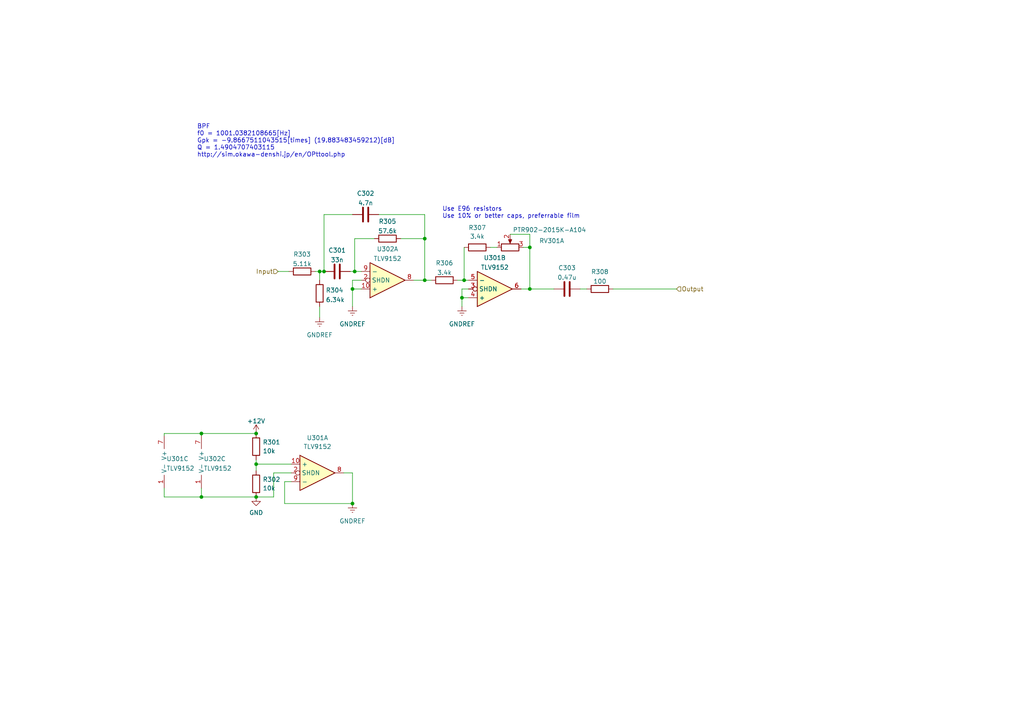
<source format=kicad_sch>
(kicad_sch (version 20211123) (generator eeschema)
  (paper "A4")
  (lib_symbols
    (symbol "Device:C" (pin_numbers hide) (pin_names (offset 0.254))
      (property "Reference" "C" (at 0.635 2.54 0))
      (property "Value" "C" (at 0.635 -2.54 0))
      (symbol "C_0_1"
        (polyline (pts (xy -2.032 -0.762) (xy 2.032 -0.762)) (stroke (width 0.508)))
        (polyline (pts (xy -2.032 0.762) (xy 2.032 0.762)) (stroke (width 0.508)))
      )
      (symbol "C_1_1"
        (pin passive line (at 0 3.81 270) (length 2.794) (name "~") (number "1"))
        (pin passive line (at 0 -3.81 90) (length 2.794) (name "~") (number "2"))
      )
    )
    (symbol "Device:R" (pin_numbers hide) (pin_names (offset 0))
      (property "Reference" "R" (at 2.032 0 90))
      (property "Value" "R" (at 0 0 90))
      (symbol "R_0_1"
        (rectangle (start -1.016 -2.54) (end 1.016 2.54) (stroke (width 0.254)))
      )
      (symbol "R_1_1"
        (pin passive line (at 0 3.81 270) (length 1.27) (name "~") (number "1"))
        (pin passive line (at 0 -3.81 90) (length 1.27) (name "~") (number "2"))
      )
    )
    (symbol "Device:R_Potentiometer_Dual_Separate" (pin_names (offset 1.016) hide)
      (property "Reference" "RV" (at -4.445 0 90))
      (property "Value" "R_Potentiometer_Dual_Separate" (at -2.54 0 90))
      (symbol "R_Potentiometer_Dual_Separate_0_1"
        (polyline (pts (xy 2.54 0) (xy 1.524 0)))
        (polyline (pts (xy 1.143 0) (xy 2.286 0.508) (xy 2.286 -0.508) (xy 1.143 0)) (fill (type outline)))
        (rectangle (start 1.016 2.54) (end -1.016 -2.54) (stroke (width 0.254)))
      )
      (symbol "R_Potentiometer_Dual_Separate_1_1"
        (pin passive line (at 0 3.81 270) (length 1.27) (name "1") (number "1"))
        (pin passive line (at 3.81 0 180) (length 1.27) (name "2") (number "2"))
        (pin passive line (at 0 -3.81 90) (length 1.27) (name "3") (number "3"))
      )
      (symbol "R_Potentiometer_Dual_Separate_2_1"
        (pin passive line (at 0 3.81 270) (length 1.27) (name "4") (number "4"))
        (pin passive line (at 3.81 0 180) (length 1.27) (name "5") (number "5"))
        (pin passive line (at 0 -3.81 90) (length 1.27) (name "6") (number "6"))
      )
    )
    (symbol "components:TLV9152"
      (property "Reference" "U" (at 0 5.08 0))
      (property "Value" "TLV9152" (at 0 -5.08 0))
      (symbol "TLV9152_1_1"
        (polyline (pts (xy -5.08 5.08) (xy 5.08 0) (xy -5.08 -5.08) (xy -5.08 5.08)) (stroke (width 0.254)) (fill (type background)))
        (pin input line (at -7.62 2.54 0) (length 2.54) (name "+") (number "10"))
        (pin input inverted (at -7.62 0 0) (length 2.54) (name "SHDN") (number "2"))
        (pin output line (at 7.62 0 180) (length 2.54) (name "~") (number "8"))
        (pin input line (at -7.62 -2.54 0) (length 2.54) (name "-") (number "9"))
      )
      (symbol "TLV9152_2_1"
        (polyline (pts (xy -5.08 5.08) (xy 5.08 0) (xy -5.08 -5.08) (xy -5.08 5.08)) (stroke (width 0.254)) (fill (type background)))
        (pin input inverted (at -7.62 0 0) (length 2.54) (name "SHDN") (number "3"))
        (pin input line (at -7.62 2.54 0) (length 2.54) (name "+") (number "4"))
        (pin input line (at -7.62 -2.54 0) (length 2.54) (name "-") (number "5"))
        (pin output line (at 7.62 0 180) (length 2.54) (name "~") (number "6"))
      )
      (symbol "TLV9152_3_1"
        (pin power_in line (at -2.54 -7.62 90) (length 3.81) (name "V-") (number "1"))
        (pin power_in line (at -2.54 7.62 270) (length 3.81) (name "V+") (number "7"))
      )
    )
    (symbol "power:+12V" (power) (pin_names (offset 0))
      (property "Value" "+12V" (at 0 3.556 0))
      (symbol "+12V_0_1"
        (polyline (pts (xy -0.762 1.27) (xy 0 2.54)))
        (polyline (pts (xy 0 0) (xy 0 2.54)))
        (polyline (pts (xy 0 2.54) (xy 0.762 1.27)))
      )
      (symbol "+12V_1_1"
        (pin power_in line (at 0 0 90) (length 0) hide (name "+12V") (number "1"))
      )
    )
    (symbol "power:GND" (power) (pin_names (offset 0))
      (property "Value" "GND" (at 0 -3.81 0))
      (symbol "GND_0_1"
        (polyline (pts (xy 0 0) (xy 0 -1.27) (xy 1.27 -1.27) (xy 0 -2.54) (xy -1.27 -1.27) (xy 0 -1.27)))
      )
      (symbol "GND_1_1"
        (pin power_in line (at 0 0 270) (length 0) hide (name "GND") (number "1"))
      )
    )
    (symbol "power:GNDREF" (power) (pin_names (offset 0))
      (property "Value" "GNDREF" (at 0 -3.81 0))
      (symbol "GNDREF_0_1"
        (polyline (pts (xy -0.635 -1.905) (xy 0.635 -1.905)))
        (polyline (pts (xy -0.127 -2.54) (xy 0.127 -2.54)))
        (polyline (pts (xy 0 -1.27) (xy 0 0)))
        (polyline (pts (xy 1.27 -1.27) (xy -1.27 -1.27)))
      )
      (symbol "GNDREF_1_1"
        (pin power_in line (at 0 0 270) (length 0) hide (name "GNDREF") (number "1"))
      )
    )
  )
  (junction (at 133.985 86.36))
  (junction (at 153.67 83.82))
  (junction (at 102.87 78.74))
  (junction (at 58.42 125.73))
  (junction (at 123.19 81.28))
  (junction (at 74.295 134.62))
  (junction (at 153.67 71.755))
  (junction (at 102.235 83.82))
  (junction (at 134.62 81.28))
  (junction (at 102.235 146.05))
  (junction (at 123.19 69.215))
  (junction (at 74.295 144.145))
  (junction (at 92.71 78.74))
  (junction (at 93.98 78.74))
  (junction (at 58.42 144.145))
  (junction (at 74.295 125.73))
  (wire (pts (xy 92.71 78.74) (xy 92.71 81.28)))
  (wire (pts (xy 102.87 69.215) (xy 102.87 78.74)))
  (wire (pts (xy 102.235 81.28) (xy 104.775 81.28)))
  (wire (pts (xy 47.625 126.365) (xy 47.625 125.73)))
  (wire (pts (xy 74.295 134.62) (xy 74.295 136.525)))
  (wire (pts (xy 153.67 83.82) (xy 160.655 83.82)))
  (wire (pts (xy 153.67 67.945) (xy 153.67 71.755)))
  (wire (pts (xy 133.985 88.9) (xy 133.985 86.36)))
  (wire (pts (xy 153.67 71.755) (xy 153.67 83.82)))
  (wire (pts (xy 132.715 81.28) (xy 134.62 81.28)))
  (wire (pts (xy 147.955 67.945) (xy 153.67 67.945)))
  (wire (pts (xy 93.98 78.74) (xy 93.98 62.23)))
  (wire (pts (xy 116.205 69.215) (xy 123.19 69.215)))
  (wire (pts (xy 102.235 81.28) (xy 102.235 83.82)))
  (wire (pts (xy 123.19 81.28) (xy 125.095 81.28)))
  (wire (pts (xy 58.42 141.605) (xy 58.42 144.145)))
  (wire (pts (xy 102.235 137.16) (xy 99.695 137.16)))
  (wire (pts (xy 91.44 78.74) (xy 92.71 78.74)))
  (wire (pts (xy 47.625 141.605) (xy 47.625 144.145)))
  (wire (pts (xy 79.375 144.145) (xy 79.375 137.16)))
  (wire (pts (xy 177.8 83.82) (xy 196.215 83.82)))
  (wire (pts (xy 151.765 71.755) (xy 153.67 71.755)))
  (wire (pts (xy 82.55 139.7) (xy 82.55 146.05)))
  (wire (pts (xy 74.295 144.145) (xy 79.375 144.145)))
  (wire (pts (xy 101.6 78.74) (xy 102.87 78.74)))
  (wire (pts (xy 142.24 71.755) (xy 144.145 71.755)))
  (wire (pts (xy 123.19 69.215) (xy 123.19 81.28)))
  (wire (pts (xy 74.295 134.62) (xy 84.455 134.62)))
  (wire (pts (xy 102.87 78.74) (xy 104.775 78.74)))
  (wire (pts (xy 58.42 126.365) (xy 58.42 125.73)))
  (wire (pts (xy 84.455 139.7) (xy 82.55 139.7)))
  (wire (pts (xy 153.67 83.82) (xy 151.13 83.82)))
  (wire (pts (xy 74.295 133.35) (xy 74.295 134.62)))
  (wire (pts (xy 123.19 81.28) (xy 120.015 81.28)))
  (wire (pts (xy 82.55 146.05) (xy 102.235 146.05)))
  (wire (pts (xy 134.62 71.755) (xy 134.62 81.28)))
  (wire (pts (xy 92.71 88.9) (xy 92.71 92.075)))
  (wire (pts (xy 108.585 69.215) (xy 102.87 69.215)))
  (wire (pts (xy 133.985 83.82) (xy 133.985 86.36)))
  (wire (pts (xy 133.985 86.36) (xy 135.89 86.36)))
  (wire (pts (xy 47.625 144.145) (xy 58.42 144.145)))
  (wire (pts (xy 102.235 83.82) (xy 102.235 88.9)))
  (wire (pts (xy 92.71 78.74) (xy 93.98 78.74)))
  (wire (pts (xy 58.42 125.73) (xy 74.295 125.73)))
  (wire (pts (xy 80.645 78.74) (xy 83.82 78.74)))
  (wire (pts (xy 134.62 81.28) (xy 135.89 81.28)))
  (wire (pts (xy 79.375 137.16) (xy 84.455 137.16)))
  (wire (pts (xy 47.625 125.73) (xy 58.42 125.73)))
  (wire (pts (xy 102.235 83.82) (xy 104.775 83.82)))
  (wire (pts (xy 102.235 146.05) (xy 102.235 137.16)))
  (wire (pts (xy 58.42 144.145) (xy 74.295 144.145)))
  (wire (pts (xy 109.855 62.23) (xy 123.19 62.23)))
  (wire (pts (xy 93.98 62.23) (xy 102.235 62.23)))
  (wire (pts (xy 123.19 62.23) (xy 123.19 69.215)))
  (wire (pts (xy 168.275 83.82) (xy 170.18 83.82)))
  (wire (pts (xy 135.89 83.82) (xy 133.985 83.82)))
  (text "BPF\nf0 = 1001.0382108665[Hz]\nGpk = -9.8667511043515[times] (19.883483459212)[dB]\nQ = 1.4904707403115\nhttp://sim.okawa-denshi.jp/en/OPttool.php" (at 57.15 45.72 0) (effects (font (size 1.27 1.27)) (justify left bottom)))
  (text "Use E96 resistors\nUse 10% or better caps, preferrable film" (at 128.27 63.5 0) (effects (font (size 1.27 1.27)) (justify left bottom)))
  (hierarchical_label "Input" (shape input) (at 80.645 78.74 180))
  (hierarchical_label "Output" (shape input) (at 196.215 83.82 0))
  (symbol (lib_id "components:TLV9152") (at 112.395 81.28 0) (mirror x) (unit 1)
    (property "Reference" "U302" (at 112.395 72.2335 0))
    (property "Value" "TLV9152" (at 112.395 75.0086 0))
    (property "Datasheet" "https://www.ti.com/product/TLV9152" (effects hide))
  )
  (symbol (lib_id "power:GNDREF") (at 92.71 92.075 0) (unit 1)
    (property "Reference" "#PWR0303" (effects hide))
    (property "Value" "GNDREF" (at 92.71 97.155 0))
  )
  (symbol (lib_id "Device:R") (at 92.71 85.09 180) (unit 1)
    (property "Reference" "R304" (at 94.488 84.1815 0) (effects (justify right)))
    (property "Value" "6.34k" (at 94.488 86.9566 0) (effects (justify right)))
  )
  (symbol (lib_id "Device:R") (at 138.43 71.755 90) (unit 1)
    (property "Reference" "R307" (at 138.43 66.04 90))
    (property "Value" "3.4k" (at 138.43 68.58 90))
  )
  (symbol (lib_id "Device:R") (at 112.395 69.215 90) (unit 1)
    (property "Reference" "R305" (at 112.395 64.2325 90))
    (property "Value" "57.6k" (at 112.395 67.0076 90))
  )
  (symbol (lib_id "Device:R") (at 74.295 140.335 0) (unit 1)
    (property "Reference" "R302" (at 76.2 139.0649 0) (effects (justify left)))
    (property "Value" "10k" (at 76.2 141.6049 0) (effects (justify left)))
  )
  (symbol (lib_id "Device:C") (at 106.045 62.23 90) (unit 1)
    (property "Reference" "C302" (at 106.045 56.1045 90))
    (property "Value" "4.7n" (at 106.045 58.8796 90))
  )
  (symbol (lib_id "Device:R") (at 128.905 81.28 90) (unit 1)
    (property "Reference" "R306" (at 128.905 76.2975 90))
    (property "Value" "3.4k" (at 128.905 79.0726 90))
  )
  (symbol (lib_id "power:+12V") (at 74.295 125.73 0) (unit 1)
    (property "Reference" "#PWR0301" (effects hide))
    (property "Value" "+12V" (at 74.295 122.1255 0))
  )
  (symbol (lib_id "Device:R") (at 74.295 129.54 0) (unit 1)
    (property "Reference" "R301" (at 76.2 128.2699 0) (effects (justify left)))
    (property "Value" "10k" (at 76.2 130.8099 0) (effects (justify left)))
  )
  (symbol (lib_id "components:TLV9152") (at 92.075 137.16 0) (unit 1)
    (property "Reference" "U301" (at 92.075 127 0))
    (property "Value" "TLV9152" (at 92.075 129.54 0))
    (property "Datasheet" "https://www.ti.com/product/TLV9152" (effects hide))
  )
  (symbol (lib_id "Device:C") (at 97.79 78.74 90) (unit 1)
    (property "Reference" "C301" (at 97.79 72.6145 90))
    (property "Value" "33n" (at 97.79 75.3896 90))
  )
  (symbol (lib_id "power:GNDREF") (at 133.985 88.9 0) (unit 1)
    (property "Reference" "#PWR0306" (effects hide))
    (property "Value" "GNDREF" (at 133.985 93.98 0))
  )
  (symbol (lib_id "components:TLV9152") (at 50.165 133.985 0) (unit 3)
    (property "Reference" "U301" (at 48.26 133.0765 0) (effects (justify left)))
    (property "Value" "TLV9152" (at 48.26 135.8516 0) (effects (justify left)))
    (property "Datasheet" "https://www.ti.com/product/TLV9152" (effects hide))
  )
  (symbol (lib_id "power:GNDREF") (at 102.235 88.9 0) (unit 1)
    (property "Reference" "#PWR0304" (effects hide))
    (property "Value" "GNDREF" (at 102.235 93.98 0))
  )
  (symbol (lib_id "Device:R") (at 87.63 78.74 90) (unit 1)
    (property "Reference" "R303" (at 87.63 73.7575 90))
    (property "Value" "5.11k" (at 87.63 76.5326 90))
  )
  (symbol (lib_id "power:GNDREF") (at 102.235 146.05 0) (unit 1)
    (property "Reference" "#PWR0305" (effects hide))
    (property "Value" "GNDREF" (at 102.235 151.13 0))
  )
  (symbol (lib_id "Device:R") (at 173.99 83.82 90) (unit 1)
    (property "Reference" "R308" (at 173.99 78.8375 90))
    (property "Value" "100" (at 173.99 81.6126 90))
  )
  (symbol (lib_id "Device:C") (at 164.465 83.82 90) (unit 1)
    (property "Reference" "C303" (at 164.465 77.6945 90))
    (property "Value" "0.47u" (at 164.465 80.4696 90))
  )
  (symbol (lib_id "power:GND") (at 74.295 144.145 0) (unit 1)
    (property "Reference" "#PWR0302" (effects hide))
    (property "Value" "GND" (at 74.295 148.7075 0))
  )
  (symbol (lib_id "components:TLV9152") (at 143.51 83.82 0) (mirror x) (unit 2)
    (property "Reference" "U301" (at 143.51 74.7735 0))
    (property "Value" "TLV9152" (at 143.51 77.5486 0))
    (property "Datasheet" "https://www.ti.com/product/TLV9152" (effects hide))
  )
  (symbol (lib_id "components:TLV9152") (at 60.96 133.985 0) (unit 3)
    (property "Reference" "U302" (at 59.055 133.0765 0) (effects (justify left)))
    (property "Value" "TLV9152" (at 59.055 135.8516 0) (effects (justify left)))
    (property "Datasheet" "https://www.ti.com/product/TLV9152" (effects hide))
  )
  (symbol (lib_id "Device:R_Potentiometer_Dual_Separate") (at 147.955 71.755 90) (unit 1)
    (property "Reference" "RV301" (at 160.02 69.85 90))
    (property "Value" "PTR902-2015K-A104" (at 159.385 66.675 90))
  )
)
</source>
